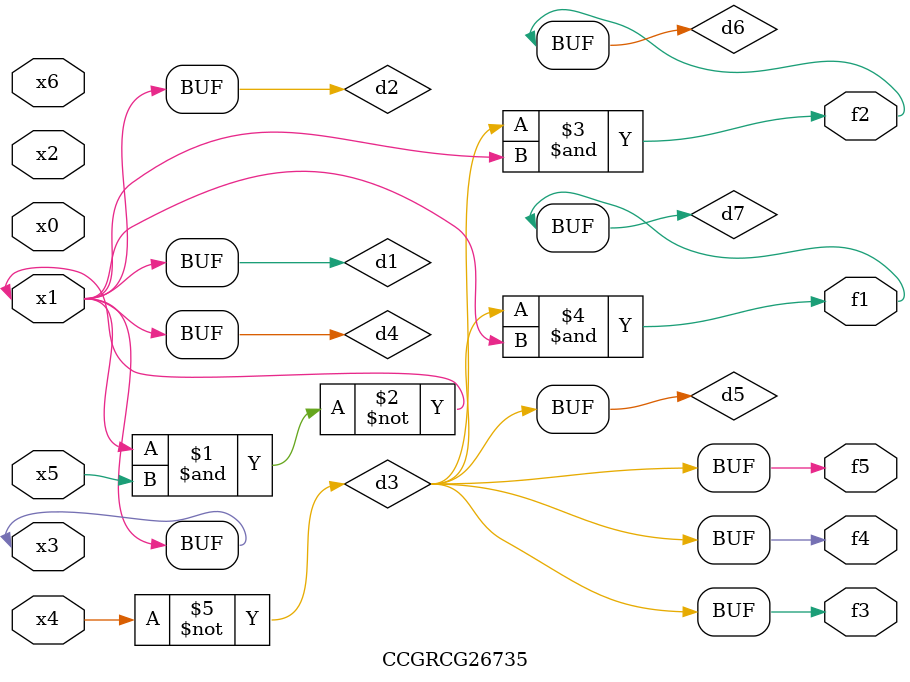
<source format=v>
module CCGRCG26735(
	input x0, x1, x2, x3, x4, x5, x6,
	output f1, f2, f3, f4, f5
);

	wire d1, d2, d3, d4, d5, d6, d7;

	buf (d1, x1, x3);
	nand (d2, x1, x5);
	not (d3, x4);
	buf (d4, d1, d2);
	buf (d5, d3);
	and (d6, d3, d4);
	and (d7, d3, d4);
	assign f1 = d7;
	assign f2 = d6;
	assign f3 = d5;
	assign f4 = d5;
	assign f5 = d5;
endmodule

</source>
